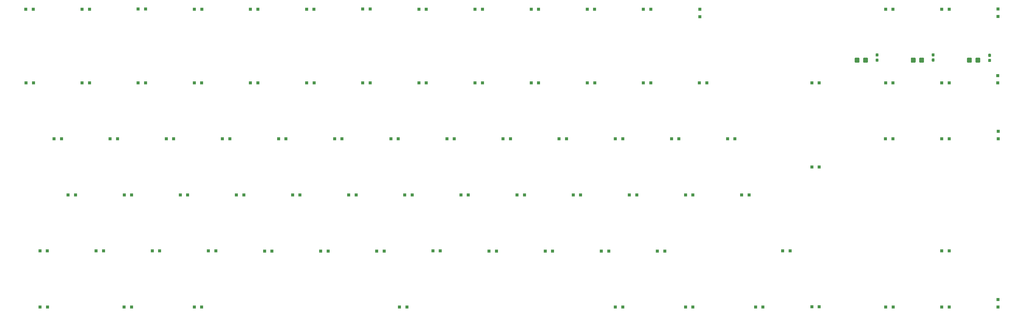
<source format=gtp>
G04 #@! TF.GenerationSoftware,KiCad,Pcbnew,(5.1.0)-1*
G04 #@! TF.CreationDate,2022-03-22T21:13:01+01:00*
G04 #@! TF.ProjectId,keyboard,6b657962-6f61-4726-942e-6b696361645f,rev?*
G04 #@! TF.SameCoordinates,Original*
G04 #@! TF.FileFunction,Paste,Top*
G04 #@! TF.FilePolarity,Positive*
%FSLAX46Y46*%
G04 Gerber Fmt 4.6, Leading zero omitted, Abs format (unit mm)*
G04 Created by KiCad (PCBNEW (5.1.0)-1) date 2022-03-22 21:13:01*
%MOMM*%
%LPD*%
G04 APERTURE LIST*
%ADD10C,0.100000*%
%ADD11C,0.950000*%
%ADD12C,1.600000*%
%ADD13R,1.000000X1.000000*%
G04 APERTURE END LIST*
D10*
G36*
X375360779Y-56576144D02*
G01*
X375383834Y-56579563D01*
X375406443Y-56585227D01*
X375428387Y-56593079D01*
X375449457Y-56603044D01*
X375469448Y-56615026D01*
X375488168Y-56628910D01*
X375505438Y-56644562D01*
X375521090Y-56661832D01*
X375534974Y-56680552D01*
X375546956Y-56700543D01*
X375556921Y-56721613D01*
X375564773Y-56743557D01*
X375570437Y-56766166D01*
X375573856Y-56789221D01*
X375575000Y-56812500D01*
X375575000Y-57387500D01*
X375573856Y-57410779D01*
X375570437Y-57433834D01*
X375564773Y-57456443D01*
X375556921Y-57478387D01*
X375546956Y-57499457D01*
X375534974Y-57519448D01*
X375521090Y-57538168D01*
X375505438Y-57555438D01*
X375488168Y-57571090D01*
X375469448Y-57584974D01*
X375449457Y-57596956D01*
X375428387Y-57606921D01*
X375406443Y-57614773D01*
X375383834Y-57620437D01*
X375360779Y-57623856D01*
X375337500Y-57625000D01*
X374862500Y-57625000D01*
X374839221Y-57623856D01*
X374816166Y-57620437D01*
X374793557Y-57614773D01*
X374771613Y-57606921D01*
X374750543Y-57596956D01*
X374730552Y-57584974D01*
X374711832Y-57571090D01*
X374694562Y-57555438D01*
X374678910Y-57538168D01*
X374665026Y-57519448D01*
X374653044Y-57499457D01*
X374643079Y-57478387D01*
X374635227Y-57456443D01*
X374629563Y-57433834D01*
X374626144Y-57410779D01*
X374625000Y-57387500D01*
X374625000Y-56812500D01*
X374626144Y-56789221D01*
X374629563Y-56766166D01*
X374635227Y-56743557D01*
X374643079Y-56721613D01*
X374653044Y-56700543D01*
X374665026Y-56680552D01*
X374678910Y-56661832D01*
X374694562Y-56644562D01*
X374711832Y-56628910D01*
X374730552Y-56615026D01*
X374750543Y-56603044D01*
X374771613Y-56593079D01*
X374793557Y-56585227D01*
X374816166Y-56579563D01*
X374839221Y-56576144D01*
X374862500Y-56575000D01*
X375337500Y-56575000D01*
X375360779Y-56576144D01*
X375360779Y-56576144D01*
G37*
D11*
X375100000Y-57100000D03*
D10*
G36*
X375360779Y-54826144D02*
G01*
X375383834Y-54829563D01*
X375406443Y-54835227D01*
X375428387Y-54843079D01*
X375449457Y-54853044D01*
X375469448Y-54865026D01*
X375488168Y-54878910D01*
X375505438Y-54894562D01*
X375521090Y-54911832D01*
X375534974Y-54930552D01*
X375546956Y-54950543D01*
X375556921Y-54971613D01*
X375564773Y-54993557D01*
X375570437Y-55016166D01*
X375573856Y-55039221D01*
X375575000Y-55062500D01*
X375575000Y-55637500D01*
X375573856Y-55660779D01*
X375570437Y-55683834D01*
X375564773Y-55706443D01*
X375556921Y-55728387D01*
X375546956Y-55749457D01*
X375534974Y-55769448D01*
X375521090Y-55788168D01*
X375505438Y-55805438D01*
X375488168Y-55821090D01*
X375469448Y-55834974D01*
X375449457Y-55846956D01*
X375428387Y-55856921D01*
X375406443Y-55864773D01*
X375383834Y-55870437D01*
X375360779Y-55873856D01*
X375337500Y-55875000D01*
X374862500Y-55875000D01*
X374839221Y-55873856D01*
X374816166Y-55870437D01*
X374793557Y-55864773D01*
X374771613Y-55856921D01*
X374750543Y-55846956D01*
X374730552Y-55834974D01*
X374711832Y-55821090D01*
X374694562Y-55805438D01*
X374678910Y-55788168D01*
X374665026Y-55769448D01*
X374653044Y-55749457D01*
X374643079Y-55728387D01*
X374635227Y-55706443D01*
X374629563Y-55683834D01*
X374626144Y-55660779D01*
X374625000Y-55637500D01*
X374625000Y-55062500D01*
X374626144Y-55039221D01*
X374629563Y-55016166D01*
X374635227Y-54993557D01*
X374643079Y-54971613D01*
X374653044Y-54950543D01*
X374665026Y-54930552D01*
X374678910Y-54911832D01*
X374694562Y-54894562D01*
X374711832Y-54878910D01*
X374730552Y-54865026D01*
X374750543Y-54853044D01*
X374771613Y-54843079D01*
X374793557Y-54835227D01*
X374816166Y-54829563D01*
X374839221Y-54826144D01*
X374862500Y-54825000D01*
X375337500Y-54825000D01*
X375360779Y-54826144D01*
X375360779Y-54826144D01*
G37*
D11*
X375100000Y-55350000D03*
D10*
G36*
X356260779Y-56426144D02*
G01*
X356283834Y-56429563D01*
X356306443Y-56435227D01*
X356328387Y-56443079D01*
X356349457Y-56453044D01*
X356369448Y-56465026D01*
X356388168Y-56478910D01*
X356405438Y-56494562D01*
X356421090Y-56511832D01*
X356434974Y-56530552D01*
X356446956Y-56550543D01*
X356456921Y-56571613D01*
X356464773Y-56593557D01*
X356470437Y-56616166D01*
X356473856Y-56639221D01*
X356475000Y-56662500D01*
X356475000Y-57237500D01*
X356473856Y-57260779D01*
X356470437Y-57283834D01*
X356464773Y-57306443D01*
X356456921Y-57328387D01*
X356446956Y-57349457D01*
X356434974Y-57369448D01*
X356421090Y-57388168D01*
X356405438Y-57405438D01*
X356388168Y-57421090D01*
X356369448Y-57434974D01*
X356349457Y-57446956D01*
X356328387Y-57456921D01*
X356306443Y-57464773D01*
X356283834Y-57470437D01*
X356260779Y-57473856D01*
X356237500Y-57475000D01*
X355762500Y-57475000D01*
X355739221Y-57473856D01*
X355716166Y-57470437D01*
X355693557Y-57464773D01*
X355671613Y-57456921D01*
X355650543Y-57446956D01*
X355630552Y-57434974D01*
X355611832Y-57421090D01*
X355594562Y-57405438D01*
X355578910Y-57388168D01*
X355565026Y-57369448D01*
X355553044Y-57349457D01*
X355543079Y-57328387D01*
X355535227Y-57306443D01*
X355529563Y-57283834D01*
X355526144Y-57260779D01*
X355525000Y-57237500D01*
X355525000Y-56662500D01*
X355526144Y-56639221D01*
X355529563Y-56616166D01*
X355535227Y-56593557D01*
X355543079Y-56571613D01*
X355553044Y-56550543D01*
X355565026Y-56530552D01*
X355578910Y-56511832D01*
X355594562Y-56494562D01*
X355611832Y-56478910D01*
X355630552Y-56465026D01*
X355650543Y-56453044D01*
X355671613Y-56443079D01*
X355693557Y-56435227D01*
X355716166Y-56429563D01*
X355739221Y-56426144D01*
X355762500Y-56425000D01*
X356237500Y-56425000D01*
X356260779Y-56426144D01*
X356260779Y-56426144D01*
G37*
D11*
X356000000Y-56950000D03*
D10*
G36*
X356260779Y-54676144D02*
G01*
X356283834Y-54679563D01*
X356306443Y-54685227D01*
X356328387Y-54693079D01*
X356349457Y-54703044D01*
X356369448Y-54715026D01*
X356388168Y-54728910D01*
X356405438Y-54744562D01*
X356421090Y-54761832D01*
X356434974Y-54780552D01*
X356446956Y-54800543D01*
X356456921Y-54821613D01*
X356464773Y-54843557D01*
X356470437Y-54866166D01*
X356473856Y-54889221D01*
X356475000Y-54912500D01*
X356475000Y-55487500D01*
X356473856Y-55510779D01*
X356470437Y-55533834D01*
X356464773Y-55556443D01*
X356456921Y-55578387D01*
X356446956Y-55599457D01*
X356434974Y-55619448D01*
X356421090Y-55638168D01*
X356405438Y-55655438D01*
X356388168Y-55671090D01*
X356369448Y-55684974D01*
X356349457Y-55696956D01*
X356328387Y-55706921D01*
X356306443Y-55714773D01*
X356283834Y-55720437D01*
X356260779Y-55723856D01*
X356237500Y-55725000D01*
X355762500Y-55725000D01*
X355739221Y-55723856D01*
X355716166Y-55720437D01*
X355693557Y-55714773D01*
X355671613Y-55706921D01*
X355650543Y-55696956D01*
X355630552Y-55684974D01*
X355611832Y-55671090D01*
X355594562Y-55655438D01*
X355578910Y-55638168D01*
X355565026Y-55619448D01*
X355553044Y-55599457D01*
X355543079Y-55578387D01*
X355535227Y-55556443D01*
X355529563Y-55533834D01*
X355526144Y-55510779D01*
X355525000Y-55487500D01*
X355525000Y-54912500D01*
X355526144Y-54889221D01*
X355529563Y-54866166D01*
X355535227Y-54843557D01*
X355543079Y-54821613D01*
X355553044Y-54800543D01*
X355565026Y-54780552D01*
X355578910Y-54761832D01*
X355594562Y-54744562D01*
X355611832Y-54728910D01*
X355630552Y-54715026D01*
X355650543Y-54703044D01*
X355671613Y-54693079D01*
X355693557Y-54685227D01*
X355716166Y-54679563D01*
X355739221Y-54676144D01*
X355762500Y-54675000D01*
X356237500Y-54675000D01*
X356260779Y-54676144D01*
X356260779Y-54676144D01*
G37*
D11*
X356000000Y-55200000D03*
D10*
G36*
X337260779Y-56476144D02*
G01*
X337283834Y-56479563D01*
X337306443Y-56485227D01*
X337328387Y-56493079D01*
X337349457Y-56503044D01*
X337369448Y-56515026D01*
X337388168Y-56528910D01*
X337405438Y-56544562D01*
X337421090Y-56561832D01*
X337434974Y-56580552D01*
X337446956Y-56600543D01*
X337456921Y-56621613D01*
X337464773Y-56643557D01*
X337470437Y-56666166D01*
X337473856Y-56689221D01*
X337475000Y-56712500D01*
X337475000Y-57287500D01*
X337473856Y-57310779D01*
X337470437Y-57333834D01*
X337464773Y-57356443D01*
X337456921Y-57378387D01*
X337446956Y-57399457D01*
X337434974Y-57419448D01*
X337421090Y-57438168D01*
X337405438Y-57455438D01*
X337388168Y-57471090D01*
X337369448Y-57484974D01*
X337349457Y-57496956D01*
X337328387Y-57506921D01*
X337306443Y-57514773D01*
X337283834Y-57520437D01*
X337260779Y-57523856D01*
X337237500Y-57525000D01*
X336762500Y-57525000D01*
X336739221Y-57523856D01*
X336716166Y-57520437D01*
X336693557Y-57514773D01*
X336671613Y-57506921D01*
X336650543Y-57496956D01*
X336630552Y-57484974D01*
X336611832Y-57471090D01*
X336594562Y-57455438D01*
X336578910Y-57438168D01*
X336565026Y-57419448D01*
X336553044Y-57399457D01*
X336543079Y-57378387D01*
X336535227Y-57356443D01*
X336529563Y-57333834D01*
X336526144Y-57310779D01*
X336525000Y-57287500D01*
X336525000Y-56712500D01*
X336526144Y-56689221D01*
X336529563Y-56666166D01*
X336535227Y-56643557D01*
X336543079Y-56621613D01*
X336553044Y-56600543D01*
X336565026Y-56580552D01*
X336578910Y-56561832D01*
X336594562Y-56544562D01*
X336611832Y-56528910D01*
X336630552Y-56515026D01*
X336650543Y-56503044D01*
X336671613Y-56493079D01*
X336693557Y-56485227D01*
X336716166Y-56479563D01*
X336739221Y-56476144D01*
X336762500Y-56475000D01*
X337237500Y-56475000D01*
X337260779Y-56476144D01*
X337260779Y-56476144D01*
G37*
D11*
X337000000Y-57000000D03*
D10*
G36*
X337260779Y-54726144D02*
G01*
X337283834Y-54729563D01*
X337306443Y-54735227D01*
X337328387Y-54743079D01*
X337349457Y-54753044D01*
X337369448Y-54765026D01*
X337388168Y-54778910D01*
X337405438Y-54794562D01*
X337421090Y-54811832D01*
X337434974Y-54830552D01*
X337446956Y-54850543D01*
X337456921Y-54871613D01*
X337464773Y-54893557D01*
X337470437Y-54916166D01*
X337473856Y-54939221D01*
X337475000Y-54962500D01*
X337475000Y-55537500D01*
X337473856Y-55560779D01*
X337470437Y-55583834D01*
X337464773Y-55606443D01*
X337456921Y-55628387D01*
X337446956Y-55649457D01*
X337434974Y-55669448D01*
X337421090Y-55688168D01*
X337405438Y-55705438D01*
X337388168Y-55721090D01*
X337369448Y-55734974D01*
X337349457Y-55746956D01*
X337328387Y-55756921D01*
X337306443Y-55764773D01*
X337283834Y-55770437D01*
X337260779Y-55773856D01*
X337237500Y-55775000D01*
X336762500Y-55775000D01*
X336739221Y-55773856D01*
X336716166Y-55770437D01*
X336693557Y-55764773D01*
X336671613Y-55756921D01*
X336650543Y-55746956D01*
X336630552Y-55734974D01*
X336611832Y-55721090D01*
X336594562Y-55705438D01*
X336578910Y-55688168D01*
X336565026Y-55669448D01*
X336553044Y-55649457D01*
X336543079Y-55628387D01*
X336535227Y-55606443D01*
X336529563Y-55583834D01*
X336526144Y-55560779D01*
X336525000Y-55537500D01*
X336525000Y-54962500D01*
X336526144Y-54939221D01*
X336529563Y-54916166D01*
X336535227Y-54893557D01*
X336543079Y-54871613D01*
X336553044Y-54850543D01*
X336565026Y-54830552D01*
X336578910Y-54811832D01*
X336594562Y-54794562D01*
X336611832Y-54778910D01*
X336630552Y-54765026D01*
X336650543Y-54753044D01*
X336671613Y-54743079D01*
X336693557Y-54735227D01*
X336716166Y-54729563D01*
X336739221Y-54726144D01*
X336762500Y-54725000D01*
X337237500Y-54725000D01*
X337260779Y-54726144D01*
X337260779Y-54726144D01*
G37*
D11*
X337000000Y-55250000D03*
D10*
G36*
X368849504Y-56176204D02*
G01*
X368873773Y-56179804D01*
X368897571Y-56185765D01*
X368920671Y-56194030D01*
X368942849Y-56204520D01*
X368963893Y-56217133D01*
X368983598Y-56231747D01*
X369001777Y-56248223D01*
X369018253Y-56266402D01*
X369032867Y-56286107D01*
X369045480Y-56307151D01*
X369055970Y-56329329D01*
X369064235Y-56352429D01*
X369070196Y-56376227D01*
X369073796Y-56400496D01*
X369075000Y-56425000D01*
X369075000Y-57575000D01*
X369073796Y-57599504D01*
X369070196Y-57623773D01*
X369064235Y-57647571D01*
X369055970Y-57670671D01*
X369045480Y-57692849D01*
X369032867Y-57713893D01*
X369018253Y-57733598D01*
X369001777Y-57751777D01*
X368983598Y-57768253D01*
X368963893Y-57782867D01*
X368942849Y-57795480D01*
X368920671Y-57805970D01*
X368897571Y-57814235D01*
X368873773Y-57820196D01*
X368849504Y-57823796D01*
X368825000Y-57825000D01*
X367725000Y-57825000D01*
X367700496Y-57823796D01*
X367676227Y-57820196D01*
X367652429Y-57814235D01*
X367629329Y-57805970D01*
X367607151Y-57795480D01*
X367586107Y-57782867D01*
X367566402Y-57768253D01*
X367548223Y-57751777D01*
X367531747Y-57733598D01*
X367517133Y-57713893D01*
X367504520Y-57692849D01*
X367494030Y-57670671D01*
X367485765Y-57647571D01*
X367479804Y-57623773D01*
X367476204Y-57599504D01*
X367475000Y-57575000D01*
X367475000Y-56425000D01*
X367476204Y-56400496D01*
X367479804Y-56376227D01*
X367485765Y-56352429D01*
X367494030Y-56329329D01*
X367504520Y-56307151D01*
X367517133Y-56286107D01*
X367531747Y-56266402D01*
X367548223Y-56248223D01*
X367566402Y-56231747D01*
X367586107Y-56217133D01*
X367607151Y-56204520D01*
X367629329Y-56194030D01*
X367652429Y-56185765D01*
X367676227Y-56179804D01*
X367700496Y-56176204D01*
X367725000Y-56175000D01*
X368825000Y-56175000D01*
X368849504Y-56176204D01*
X368849504Y-56176204D01*
G37*
D12*
X368275000Y-57000000D03*
D10*
G36*
X371699504Y-56176204D02*
G01*
X371723773Y-56179804D01*
X371747571Y-56185765D01*
X371770671Y-56194030D01*
X371792849Y-56204520D01*
X371813893Y-56217133D01*
X371833598Y-56231747D01*
X371851777Y-56248223D01*
X371868253Y-56266402D01*
X371882867Y-56286107D01*
X371895480Y-56307151D01*
X371905970Y-56329329D01*
X371914235Y-56352429D01*
X371920196Y-56376227D01*
X371923796Y-56400496D01*
X371925000Y-56425000D01*
X371925000Y-57575000D01*
X371923796Y-57599504D01*
X371920196Y-57623773D01*
X371914235Y-57647571D01*
X371905970Y-57670671D01*
X371895480Y-57692849D01*
X371882867Y-57713893D01*
X371868253Y-57733598D01*
X371851777Y-57751777D01*
X371833598Y-57768253D01*
X371813893Y-57782867D01*
X371792849Y-57795480D01*
X371770671Y-57805970D01*
X371747571Y-57814235D01*
X371723773Y-57820196D01*
X371699504Y-57823796D01*
X371675000Y-57825000D01*
X370575000Y-57825000D01*
X370550496Y-57823796D01*
X370526227Y-57820196D01*
X370502429Y-57814235D01*
X370479329Y-57805970D01*
X370457151Y-57795480D01*
X370436107Y-57782867D01*
X370416402Y-57768253D01*
X370398223Y-57751777D01*
X370381747Y-57733598D01*
X370367133Y-57713893D01*
X370354520Y-57692849D01*
X370344030Y-57670671D01*
X370335765Y-57647571D01*
X370329804Y-57623773D01*
X370326204Y-57599504D01*
X370325000Y-57575000D01*
X370325000Y-56425000D01*
X370326204Y-56400496D01*
X370329804Y-56376227D01*
X370335765Y-56352429D01*
X370344030Y-56329329D01*
X370354520Y-56307151D01*
X370367133Y-56286107D01*
X370381747Y-56266402D01*
X370398223Y-56248223D01*
X370416402Y-56231747D01*
X370436107Y-56217133D01*
X370457151Y-56204520D01*
X370479329Y-56194030D01*
X370502429Y-56185765D01*
X370526227Y-56179804D01*
X370550496Y-56176204D01*
X370575000Y-56175000D01*
X371675000Y-56175000D01*
X371699504Y-56176204D01*
X371699504Y-56176204D01*
G37*
D12*
X371125000Y-57000000D03*
D10*
G36*
X349824504Y-56176204D02*
G01*
X349848773Y-56179804D01*
X349872571Y-56185765D01*
X349895671Y-56194030D01*
X349917849Y-56204520D01*
X349938893Y-56217133D01*
X349958598Y-56231747D01*
X349976777Y-56248223D01*
X349993253Y-56266402D01*
X350007867Y-56286107D01*
X350020480Y-56307151D01*
X350030970Y-56329329D01*
X350039235Y-56352429D01*
X350045196Y-56376227D01*
X350048796Y-56400496D01*
X350050000Y-56425000D01*
X350050000Y-57575000D01*
X350048796Y-57599504D01*
X350045196Y-57623773D01*
X350039235Y-57647571D01*
X350030970Y-57670671D01*
X350020480Y-57692849D01*
X350007867Y-57713893D01*
X349993253Y-57733598D01*
X349976777Y-57751777D01*
X349958598Y-57768253D01*
X349938893Y-57782867D01*
X349917849Y-57795480D01*
X349895671Y-57805970D01*
X349872571Y-57814235D01*
X349848773Y-57820196D01*
X349824504Y-57823796D01*
X349800000Y-57825000D01*
X348700000Y-57825000D01*
X348675496Y-57823796D01*
X348651227Y-57820196D01*
X348627429Y-57814235D01*
X348604329Y-57805970D01*
X348582151Y-57795480D01*
X348561107Y-57782867D01*
X348541402Y-57768253D01*
X348523223Y-57751777D01*
X348506747Y-57733598D01*
X348492133Y-57713893D01*
X348479520Y-57692849D01*
X348469030Y-57670671D01*
X348460765Y-57647571D01*
X348454804Y-57623773D01*
X348451204Y-57599504D01*
X348450000Y-57575000D01*
X348450000Y-56425000D01*
X348451204Y-56400496D01*
X348454804Y-56376227D01*
X348460765Y-56352429D01*
X348469030Y-56329329D01*
X348479520Y-56307151D01*
X348492133Y-56286107D01*
X348506747Y-56266402D01*
X348523223Y-56248223D01*
X348541402Y-56231747D01*
X348561107Y-56217133D01*
X348582151Y-56204520D01*
X348604329Y-56194030D01*
X348627429Y-56185765D01*
X348651227Y-56179804D01*
X348675496Y-56176204D01*
X348700000Y-56175000D01*
X349800000Y-56175000D01*
X349824504Y-56176204D01*
X349824504Y-56176204D01*
G37*
D12*
X349250000Y-57000000D03*
D10*
G36*
X352674504Y-56176204D02*
G01*
X352698773Y-56179804D01*
X352722571Y-56185765D01*
X352745671Y-56194030D01*
X352767849Y-56204520D01*
X352788893Y-56217133D01*
X352808598Y-56231747D01*
X352826777Y-56248223D01*
X352843253Y-56266402D01*
X352857867Y-56286107D01*
X352870480Y-56307151D01*
X352880970Y-56329329D01*
X352889235Y-56352429D01*
X352895196Y-56376227D01*
X352898796Y-56400496D01*
X352900000Y-56425000D01*
X352900000Y-57575000D01*
X352898796Y-57599504D01*
X352895196Y-57623773D01*
X352889235Y-57647571D01*
X352880970Y-57670671D01*
X352870480Y-57692849D01*
X352857867Y-57713893D01*
X352843253Y-57733598D01*
X352826777Y-57751777D01*
X352808598Y-57768253D01*
X352788893Y-57782867D01*
X352767849Y-57795480D01*
X352745671Y-57805970D01*
X352722571Y-57814235D01*
X352698773Y-57820196D01*
X352674504Y-57823796D01*
X352650000Y-57825000D01*
X351550000Y-57825000D01*
X351525496Y-57823796D01*
X351501227Y-57820196D01*
X351477429Y-57814235D01*
X351454329Y-57805970D01*
X351432151Y-57795480D01*
X351411107Y-57782867D01*
X351391402Y-57768253D01*
X351373223Y-57751777D01*
X351356747Y-57733598D01*
X351342133Y-57713893D01*
X351329520Y-57692849D01*
X351319030Y-57670671D01*
X351310765Y-57647571D01*
X351304804Y-57623773D01*
X351301204Y-57599504D01*
X351300000Y-57575000D01*
X351300000Y-56425000D01*
X351301204Y-56400496D01*
X351304804Y-56376227D01*
X351310765Y-56352429D01*
X351319030Y-56329329D01*
X351329520Y-56307151D01*
X351342133Y-56286107D01*
X351356747Y-56266402D01*
X351373223Y-56248223D01*
X351391402Y-56231747D01*
X351411107Y-56217133D01*
X351432151Y-56204520D01*
X351454329Y-56194030D01*
X351477429Y-56185765D01*
X351501227Y-56179804D01*
X351525496Y-56176204D01*
X351550000Y-56175000D01*
X352650000Y-56175000D01*
X352674504Y-56176204D01*
X352674504Y-56176204D01*
G37*
D12*
X352100000Y-57000000D03*
D10*
G36*
X330824504Y-56176204D02*
G01*
X330848773Y-56179804D01*
X330872571Y-56185765D01*
X330895671Y-56194030D01*
X330917849Y-56204520D01*
X330938893Y-56217133D01*
X330958598Y-56231747D01*
X330976777Y-56248223D01*
X330993253Y-56266402D01*
X331007867Y-56286107D01*
X331020480Y-56307151D01*
X331030970Y-56329329D01*
X331039235Y-56352429D01*
X331045196Y-56376227D01*
X331048796Y-56400496D01*
X331050000Y-56425000D01*
X331050000Y-57575000D01*
X331048796Y-57599504D01*
X331045196Y-57623773D01*
X331039235Y-57647571D01*
X331030970Y-57670671D01*
X331020480Y-57692849D01*
X331007867Y-57713893D01*
X330993253Y-57733598D01*
X330976777Y-57751777D01*
X330958598Y-57768253D01*
X330938893Y-57782867D01*
X330917849Y-57795480D01*
X330895671Y-57805970D01*
X330872571Y-57814235D01*
X330848773Y-57820196D01*
X330824504Y-57823796D01*
X330800000Y-57825000D01*
X329700000Y-57825000D01*
X329675496Y-57823796D01*
X329651227Y-57820196D01*
X329627429Y-57814235D01*
X329604329Y-57805970D01*
X329582151Y-57795480D01*
X329561107Y-57782867D01*
X329541402Y-57768253D01*
X329523223Y-57751777D01*
X329506747Y-57733598D01*
X329492133Y-57713893D01*
X329479520Y-57692849D01*
X329469030Y-57670671D01*
X329460765Y-57647571D01*
X329454804Y-57623773D01*
X329451204Y-57599504D01*
X329450000Y-57575000D01*
X329450000Y-56425000D01*
X329451204Y-56400496D01*
X329454804Y-56376227D01*
X329460765Y-56352429D01*
X329469030Y-56329329D01*
X329479520Y-56307151D01*
X329492133Y-56286107D01*
X329506747Y-56266402D01*
X329523223Y-56248223D01*
X329541402Y-56231747D01*
X329561107Y-56217133D01*
X329582151Y-56204520D01*
X329604329Y-56194030D01*
X329627429Y-56185765D01*
X329651227Y-56179804D01*
X329675496Y-56176204D01*
X329700000Y-56175000D01*
X330800000Y-56175000D01*
X330824504Y-56176204D01*
X330824504Y-56176204D01*
G37*
D12*
X330250000Y-57000000D03*
D10*
G36*
X333674504Y-56176204D02*
G01*
X333698773Y-56179804D01*
X333722571Y-56185765D01*
X333745671Y-56194030D01*
X333767849Y-56204520D01*
X333788893Y-56217133D01*
X333808598Y-56231747D01*
X333826777Y-56248223D01*
X333843253Y-56266402D01*
X333857867Y-56286107D01*
X333870480Y-56307151D01*
X333880970Y-56329329D01*
X333889235Y-56352429D01*
X333895196Y-56376227D01*
X333898796Y-56400496D01*
X333900000Y-56425000D01*
X333900000Y-57575000D01*
X333898796Y-57599504D01*
X333895196Y-57623773D01*
X333889235Y-57647571D01*
X333880970Y-57670671D01*
X333870480Y-57692849D01*
X333857867Y-57713893D01*
X333843253Y-57733598D01*
X333826777Y-57751777D01*
X333808598Y-57768253D01*
X333788893Y-57782867D01*
X333767849Y-57795480D01*
X333745671Y-57805970D01*
X333722571Y-57814235D01*
X333698773Y-57820196D01*
X333674504Y-57823796D01*
X333650000Y-57825000D01*
X332550000Y-57825000D01*
X332525496Y-57823796D01*
X332501227Y-57820196D01*
X332477429Y-57814235D01*
X332454329Y-57805970D01*
X332432151Y-57795480D01*
X332411107Y-57782867D01*
X332391402Y-57768253D01*
X332373223Y-57751777D01*
X332356747Y-57733598D01*
X332342133Y-57713893D01*
X332329520Y-57692849D01*
X332319030Y-57670671D01*
X332310765Y-57647571D01*
X332304804Y-57623773D01*
X332301204Y-57599504D01*
X332300000Y-57575000D01*
X332300000Y-56425000D01*
X332301204Y-56400496D01*
X332304804Y-56376227D01*
X332310765Y-56352429D01*
X332319030Y-56329329D01*
X332329520Y-56307151D01*
X332342133Y-56286107D01*
X332356747Y-56266402D01*
X332373223Y-56248223D01*
X332391402Y-56231747D01*
X332411107Y-56217133D01*
X332432151Y-56204520D01*
X332454329Y-56194030D01*
X332477429Y-56185765D01*
X332501227Y-56179804D01*
X332525496Y-56176204D01*
X332550000Y-56175000D01*
X333650000Y-56175000D01*
X333674504Y-56176204D01*
X333674504Y-56176204D01*
G37*
D12*
X333100000Y-57000000D03*
D13*
X51377800Y-39718000D03*
X48877800Y-39718000D03*
X56178400Y-140733800D03*
X53678400Y-140733800D03*
X377940200Y-138213800D03*
X377940200Y-140713800D03*
X377991000Y-81134600D03*
X377991000Y-83634600D03*
X377864000Y-62242400D03*
X377864000Y-64742400D03*
X377914800Y-42187200D03*
X377914800Y-39687200D03*
X361410200Y-140708400D03*
X358910200Y-140708400D03*
X361435600Y-121683800D03*
X358935600Y-121683800D03*
X361410200Y-83685400D03*
X358910200Y-83685400D03*
X361410200Y-64686200D03*
X358910200Y-64686200D03*
X361410200Y-39692600D03*
X358910200Y-39692600D03*
X342436400Y-140708400D03*
X339936400Y-140708400D03*
X342385600Y-83685400D03*
X339885600Y-83685400D03*
X342411000Y-64686200D03*
X339911000Y-64686200D03*
X342411000Y-39718000D03*
X339911000Y-39718000D03*
X317417400Y-140683000D03*
X314917400Y-140683000D03*
X317442800Y-93210400D03*
X314942800Y-93210400D03*
X317412000Y-64711600D03*
X314912000Y-64711600D03*
X298367400Y-140708400D03*
X295867400Y-140708400D03*
X307562200Y-121658400D03*
X305062200Y-121658400D03*
X293668400Y-102684600D03*
X291168400Y-102684600D03*
X288893200Y-83710800D03*
X286393200Y-83710800D03*
X279368200Y-64711600D03*
X276868200Y-64711600D03*
X277000000Y-42250000D03*
X277000000Y-39750000D03*
X274669200Y-140708400D03*
X272169200Y-140708400D03*
X265169600Y-121734600D03*
X262669600Y-121734600D03*
X274669200Y-102684600D03*
X272169200Y-102684600D03*
X269944800Y-83685400D03*
X267444800Y-83685400D03*
X260419800Y-64711600D03*
X257919800Y-64711600D03*
X260419800Y-39692600D03*
X257919800Y-39692600D03*
X250920200Y-140708400D03*
X248420200Y-140708400D03*
X246170400Y-121734600D03*
X243670400Y-121734600D03*
X255670000Y-102684600D03*
X253170000Y-102684600D03*
X250920200Y-83710800D03*
X248420200Y-83710800D03*
X241420600Y-64711600D03*
X238920600Y-64711600D03*
X241395200Y-39692600D03*
X238895200Y-39692600D03*
X227171200Y-121734600D03*
X224671200Y-121734600D03*
X236670800Y-102684600D03*
X234170800Y-102684600D03*
X231895600Y-83685400D03*
X229395600Y-83685400D03*
X222421400Y-64711600D03*
X219921400Y-64711600D03*
X222421400Y-39692600D03*
X219921400Y-39692600D03*
X208172000Y-121734600D03*
X205672000Y-121734600D03*
X217671600Y-102684600D03*
X215171600Y-102684600D03*
X212896400Y-83685400D03*
X210396400Y-83685400D03*
X203422200Y-64686200D03*
X200922200Y-64686200D03*
X203416800Y-39692600D03*
X200916800Y-39692600D03*
X189147400Y-121709200D03*
X186647400Y-121709200D03*
X198647000Y-102684600D03*
X196147000Y-102684600D03*
X193897200Y-83685400D03*
X191397200Y-83685400D03*
X184423000Y-64711600D03*
X181923000Y-64711600D03*
X184423000Y-39692600D03*
X181923000Y-39692600D03*
X177844400Y-140708400D03*
X175344400Y-140708400D03*
X170148200Y-121734600D03*
X167648200Y-121734600D03*
X179647800Y-102684600D03*
X177147800Y-102684600D03*
X174923400Y-83685400D03*
X172423400Y-83685400D03*
X165398400Y-64711600D03*
X162898400Y-64711600D03*
X165398400Y-39667200D03*
X162898400Y-39667200D03*
X151174400Y-121734600D03*
X148674400Y-121734600D03*
X160674000Y-102684600D03*
X158174000Y-102684600D03*
X155898800Y-83710800D03*
X153398800Y-83710800D03*
X146424600Y-64711600D03*
X143924600Y-64711600D03*
X146393800Y-39692600D03*
X143893800Y-39692600D03*
X132175200Y-121734600D03*
X129675200Y-121734600D03*
X141649400Y-102684600D03*
X139149400Y-102684600D03*
X136925000Y-83710800D03*
X134425000Y-83710800D03*
X127400000Y-64711600D03*
X124900000Y-64711600D03*
X127400000Y-39692600D03*
X124900000Y-39692600D03*
X113170600Y-121709200D03*
X110670600Y-121709200D03*
X122650200Y-102684600D03*
X120150200Y-102684600D03*
X117900400Y-83685400D03*
X115400400Y-83685400D03*
X108400800Y-64711600D03*
X105900800Y-64711600D03*
X108451600Y-39692600D03*
X105951600Y-39692600D03*
X108370000Y-140708400D03*
X105870000Y-140708400D03*
X94176800Y-121709200D03*
X91676800Y-121709200D03*
X103651000Y-102684600D03*
X101151000Y-102684600D03*
X98895800Y-83685400D03*
X96395800Y-83685400D03*
X89401600Y-64711600D03*
X86901600Y-64711600D03*
X89396200Y-39667200D03*
X86896200Y-39667200D03*
X84651800Y-140708400D03*
X82151800Y-140708400D03*
X75146800Y-121683800D03*
X72646800Y-121683800D03*
X84677200Y-102735400D03*
X82177200Y-102735400D03*
X79896600Y-83710800D03*
X77396600Y-83710800D03*
X70427800Y-64686200D03*
X67927800Y-64686200D03*
X70402400Y-39692600D03*
X67902400Y-39692600D03*
X56153000Y-121683800D03*
X53653000Y-121683800D03*
X65652600Y-102684600D03*
X63152600Y-102684600D03*
X60928200Y-83710800D03*
X58428200Y-83710800D03*
X51428600Y-64711600D03*
X48928600Y-64711600D03*
M02*

</source>
